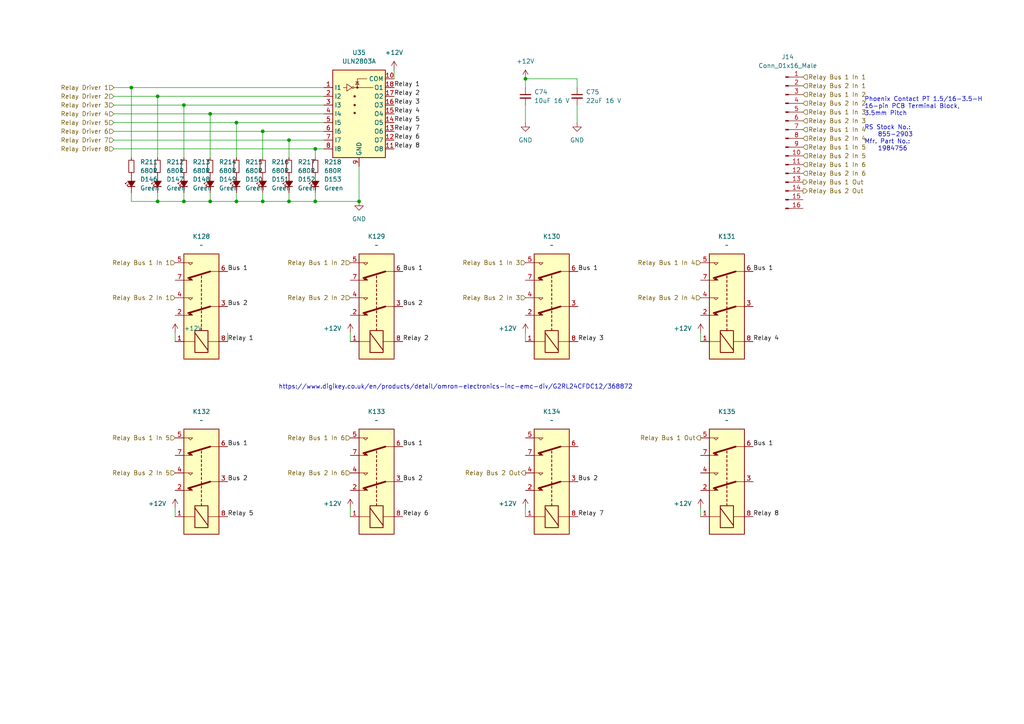
<source format=kicad_sch>
(kicad_sch (version 20211123) (generator eeschema)
  (paper "A4")
  (title_block (title "CIB PCB") (date "2022-05-27") (company "ChargePoint, Inc"))
  (lib_symbols
    (symbol "Connector:Conn_01x16_Male" (pin_names (offset 1.016) hide)
      (property "Reference" "J" (at 0 20.32 0))
      (property "Value" "Conn_01x16_Male" (at 0 -22.86 0))
      (symbol "Conn_01x16_Male_1_1"
        (polyline (pts (xy 1.27 -20.32) (xy 0.8636 -20.32)) (stroke (width 0.1524)))
        (polyline (pts (xy 1.27 -17.78) (xy 0.8636 -17.78)) (stroke (width 0.1524)))
        (polyline (pts (xy 1.27 -15.24) (xy 0.8636 -15.24)) (stroke (width 0.1524)))
        (polyline (pts (xy 1.27 -12.7) (xy 0.8636 -12.7)) (stroke (width 0.1524)))
        (polyline (pts (xy 1.27 -10.16) (xy 0.8636 -10.16)) (stroke (width 0.1524)))
        (polyline (pts (xy 1.27 -7.62) (xy 0.8636 -7.62)) (stroke (width 0.1524)))
        (polyline (pts (xy 1.27 -5.08) (xy 0.8636 -5.08)) (stroke (width 0.1524)))
        (polyline (pts (xy 1.27 -2.54) (xy 0.8636 -2.54)) (stroke (width 0.1524)))
        (polyline (pts (xy 1.27 0) (xy 0.8636 0)) (stroke (width 0.1524)))
        (polyline (pts (xy 1.27 2.54) (xy 0.8636 2.54)) (stroke (width 0.1524)))
        (polyline (pts (xy 1.27 5.08) (xy 0.8636 5.08)) (stroke (width 0.1524)))
        (polyline (pts (xy 1.27 7.62) (xy 0.8636 7.62)) (stroke (width 0.1524)))
        (polyline (pts (xy 1.27 10.16) (xy 0.8636 10.16)) (stroke (width 0.1524)))
        (polyline (pts (xy 1.27 12.7) (xy 0.8636 12.7)) (stroke (width 0.1524)))
        (polyline (pts (xy 1.27 15.24) (xy 0.8636 15.24)) (stroke (width 0.1524)))
        (polyline (pts (xy 1.27 17.78) (xy 0.8636 17.78)) (stroke (width 0.1524)))
        (rectangle (start 0.8636 -20.193) (end 0 -20.447) (stroke (width 0.1524)) (fill (type outline)))
        (rectangle (start 0.8636 -17.653) (end 0 -17.907) (stroke (width 0.1524)) (fill (type outline)))
        (rectangle (start 0.8636 -15.113) (end 0 -15.367) (stroke (width 0.1524)) (fill (type outline)))
        (rectangle (start 0.8636 -12.573) (end 0 -12.827) (stroke (width 0.1524)) (fill (type outline)))
        (rectangle (start 0.8636 -10.033) (end 0 -10.287) (stroke (width 0.1524)) (fill (type outline)))
        (rectangle (start 0.8636 -7.493) (end 0 -7.747) (stroke (width 0.1524)) (fill (type outline)))
        (rectangle (start 0.8636 -4.953) (end 0 -5.207) (stroke (width 0.1524)) (fill (type outline)))
        (rectangle (start 0.8636 -2.413) (end 0 -2.667) (stroke (width 0.1524)) (fill (type outline)))
        (rectangle (start 0.8636 0.127) (end 0 -0.127) (stroke (width 0.1524)) (fill (type outline)))
        (rectangle (start 0.8636 2.667) (end 0 2.413) (stroke (width 0.1524)) (fill (type outline)))
        (rectangle (start 0.8636 5.207) (end 0 4.953) (stroke (width 0.1524)) (fill (type outline)))
        (rectangle (start 0.8636 7.747) (end 0 7.493) (stroke (width 0.1524)) (fill (type outline)))
        (rectangle (start 0.8636 10.287) (end 0 10.033) (stroke (width 0.1524)) (fill (type outline)))
        (rectangle (start 0.8636 12.827) (end 0 12.573) (stroke (width 0.1524)) (fill (type outline)))
        (rectangle (start 0.8636 15.367) (end 0 15.113) (stroke (width 0.1524)) (fill (type outline)))
        (rectangle (start 0.8636 17.907) (end 0 17.653) (stroke (width 0.1524)) (fill (type outline)))
        (pin passive line (at 5.08 17.78 180) (length 3.81) (name "Pin_1") (number "1"))
        (pin passive line (at 5.08 -5.08 180) (length 3.81) (name "Pin_10") (number "10"))
        (pin passive line (at 5.08 -7.62 180) (length 3.81) (name "Pin_11") (number "11"))
        (pin passive line (at 5.08 -10.16 180) (length 3.81) (name "Pin_12") (number "12"))
        (pin passive line (at 5.08 -12.7 180) (length 3.81) (name "Pin_13") (number "13"))
        (pin passive line (at 5.08 -15.24 180) (length 3.81) (name "Pin_14") (number "14"))
        (pin passive line (at 5.08 -17.78 180) (length 3.81) (name "Pin_15") (number "15"))
        (pin passive line (at 5.08 -20.32 180) (length 3.81) (name "Pin_16") (number "16"))
        (pin passive line (at 5.08 15.24 180) (length 3.81) (name "Pin_2") (number "2"))
        (pin passive line (at 5.08 12.7 180) (length 3.81) (name "Pin_3") (number "3"))
        (pin passive line (at 5.08 10.16 180) (length 3.81) (name "Pin_4") (number "4"))
        (pin passive line (at 5.08 7.62 180) (length 3.81) (name "Pin_5") (number "5"))
        (pin passive line (at 5.08 5.08 180) (length 3.81) (name "Pin_6") (number "6"))
        (pin passive line (at 5.08 2.54 180) (length 3.81) (name "Pin_7") (number "7"))
        (pin passive line (at 5.08 0 180) (length 3.81) (name "Pin_8") (number "8"))
        (pin passive line (at 5.08 -2.54 180) (length 3.81) (name "Pin_9") (number "9"))
      )
    )
    (symbol "Device:C_Small" (pin_numbers hide) (pin_names (offset 0.254) hide)
      (property "Reference" "C" (at 0.254 1.778 0))
      (property "Value" "C_Small" (at 0.254 -2.032 0))
      (symbol "C_Small_0_1"
        (polyline (pts (xy -1.524 -0.508) (xy 1.524 -0.508)) (stroke (width 0.3302)))
        (polyline (pts (xy -1.524 0.508) (xy 1.524 0.508)) (stroke (width 0.3048)))
      )
      (symbol "C_Small_1_1"
        (pin passive line (at 0 2.54 270) (length 2.032) (name "~") (number "1"))
        (pin passive line (at 0 -2.54 90) (length 2.032) (name "~") (number "2"))
      )
    )
    (symbol "Device:LED_Small_Filled" (pin_numbers hide) (pin_names (offset 0.254) hide)
      (property "Reference" "D" (at -1.27 3.175 0))
      (property "Value" "LED_Small_Filled" (at -4.445 -2.54 0))
      (symbol "LED_Small_Filled_0_1"
        (polyline (pts (xy -0.762 -1.016) (xy -0.762 1.016)) (stroke (width 0.254)))
        (polyline (pts (xy 1.016 0) (xy -0.762 0)))
        (polyline (pts (xy 0.762 -1.016) (xy -0.762 0) (xy 0.762 1.016) (xy 0.762 -1.016)) (stroke (width 0.254)) (fill (type outline)))
        (polyline (pts (xy 0 0.762) (xy -0.508 1.27) (xy -0.254 1.27) (xy -0.508 1.27) (xy -0.508 1.016)))
        (polyline (pts (xy 0.508 1.27) (xy 0 1.778) (xy 0.254 1.778) (xy 0 1.778) (xy 0 1.524)))
      )
      (symbol "LED_Small_Filled_1_1"
        (pin passive line (at -2.54 0 0) (length 1.778) (name "K") (number "1"))
        (pin passive line (at 2.54 0 180) (length 1.778) (name "A") (number "2"))
      )
    )
    (symbol "Device:R_Small" (pin_numbers hide) (pin_names (offset 0.254) hide)
      (property "Reference" "R" (at 0.762 0.508 0))
      (property "Value" "R_Small" (at 0.762 -1.016 0))
      (symbol "R_Small_0_1"
        (rectangle (start -0.762 1.778) (end 0.762 -1.778) (stroke (width 0.2032)))
      )
      (symbol "R_Small_1_1"
        (pin passive line (at 0 2.54 270) (length 0.762) (name "~") (number "1"))
        (pin passive line (at 0 -2.54 90) (length 0.762) (name "~") (number "2"))
      )
    )
    (symbol "Relay:G2RL-2-DC24"
      (property "Reference" "RL" (at 16.51 3.81 0))
      (property "Value" "G2RL-2-DC24" (at 16.51 1.27 0))
      (symbol "G2RL-2-DC24_0_1"
        (rectangle (start -15.24 5.08) (end 15.24 -5.08) (stroke (width 0.254)) (fill (type background)))
        (rectangle (start -13.335 1.905) (end -6.985 -1.905) (stroke (width 0.254)))
        (polyline (pts (xy -12.7 -1.905) (xy -7.62 1.905)) (stroke (width 0.254)))
        (polyline (pts (xy -10.16 -5.08) (xy -10.16 -1.905)))
        (polyline (pts (xy -10.16 5.08) (xy -10.16 1.905)))
        (polyline (pts (xy -6.985 0) (xy -6.35 0)) (stroke (width 0.254)))
        (polyline (pts (xy -5.715 0) (xy -5.08 0)) (stroke (width 0.254)))
        (polyline (pts (xy -4.445 0) (xy -3.81 0)) (stroke (width 0.254)))
        (polyline (pts (xy -3.175 0) (xy -2.54 0)) (stroke (width 0.254)))
        (polyline (pts (xy -1.905 0) (xy -1.27 0)) (stroke (width 0.254)))
        (polyline (pts (xy -0.635 0) (xy 0 0)) (stroke (width 0.254)))
        (polyline (pts (xy 0 -2.54) (xy -1.905 3.81)) (stroke (width 0.508)))
        (polyline (pts (xy 0 -2.54) (xy 0 -5.08)))
        (polyline (pts (xy 0.635 0) (xy 1.27 0)) (stroke (width 0.254)))
        (polyline (pts (xy 1.905 0) (xy 2.54 0)) (stroke (width 0.254)))
        (polyline (pts (xy 3.175 0) (xy 3.81 0)) (stroke (width 0.254)))
        (polyline (pts (xy 4.445 0) (xy 5.08 0)) (stroke (width 0.254)))
        (polyline (pts (xy 5.715 0) (xy 6.35 0)) (stroke (width 0.254)))
        (polyline (pts (xy 6.985 0) (xy 7.62 0)) (stroke (width 0.254)))
        (polyline (pts (xy 8.255 0) (xy 8.89 0)) (stroke (width 0.254)))
        (polyline (pts (xy 10.16 -2.54) (xy 8.255 3.81)) (stroke (width 0.508)))
        (polyline (pts (xy 10.16 -2.54) (xy 10.16 -5.08)))
        (polyline (pts (xy -2.54 5.08) (xy -2.54 2.54) (xy -1.905 3.175) (xy -2.54 3.81)) (fill (type outline)))
        (polyline (pts (xy 2.54 5.08) (xy 2.54 2.54) (xy 1.905 3.175) (xy 2.54 3.81)))
        (polyline (pts (xy 7.62 5.08) (xy 7.62 2.54) (xy 8.255 3.175) (xy 7.62 3.81)) (fill (type outline)))
        (polyline (pts (xy 12.7 5.08) (xy 12.7 2.54) (xy 12.065 3.175) (xy 12.7 3.81)))
      )
      (symbol "G2RL-2-DC24_1_1"
        (pin passive line (at -10.16 7.62 270) (length 2.54) (name "~") (number "1"))
        (pin passive line (at -2.54 7.62 270) (length 2.54) (name "~") (number "2"))
        (pin passive line (at 0 -7.62 90) (length 2.54) (name "~") (number "3"))
        (pin passive line (at 2.54 7.62 270) (length 2.54) (name "~") (number "4"))
        (pin passive line (at 12.7 7.62 270) (length 2.54) (name "~") (number "5"))
        (pin passive line (at 10.16 -7.62 90) (length 2.54) (name "~") (number "6"))
        (pin passive line (at 7.62 7.62 270) (length 2.54) (name "~") (number "7"))
        (pin passive line (at -10.16 -7.62 90) (length 2.54) (name "~") (number "8"))
      )
    )
    (symbol "Transistor_Array:ULN2803A"
      (property "Reference" "U" (at 0 13.335 0))
      (property "Value" "ULN2803A" (at 0 11.43 0))
      (symbol "ULN2803A_0_1"
        (rectangle (start -7.62 -15.24) (end 7.62 10.16) (stroke (width 0.254)) (fill (type background)))
        (circle (center -1.778 5.08) (radius 0.254))
        (circle (center -1.27 -2.286) (radius 0.254) (fill (type outline)))
        (circle (center -1.27 0) (radius 0.254) (fill (type outline)))
        (circle (center -1.27 2.54) (radius 0.254) (fill (type outline)))
        (circle (center -0.508 5.08) (radius 0.254) (fill (type outline)))
        (polyline (pts (xy -4.572 5.08) (xy -3.556 5.08)))
        (polyline (pts (xy -1.524 5.08) (xy 4.064 5.08)))
        (polyline (pts (xy 0 6.731) (xy -1.016 6.731)))
        (polyline (pts (xy -0.508 5.08) (xy -0.508 7.62) (xy 2.286 7.62)))
        (polyline (pts (xy -3.556 6.096) (xy -3.556 4.064) (xy -2.032 5.08) (xy -3.556 6.096)))
        (polyline (pts (xy 0 5.969) (xy -1.016 5.969) (xy -0.508 6.731) (xy 0 5.969)))
      )
      (symbol "ULN2803A_1_1"
        (pin input line (at -10.16 5.08 0) (length 2.54) (name "I1") (number "1"))
        (pin passive line (at 10.16 7.62 180) (length 2.54) (name "COM") (number "10"))
        (pin open_collector line (at 10.16 -12.7 180) (length 2.54) (name "O8") (number "11"))
        (pin open_collector line (at 10.16 -10.16 180) (length 2.54) (name "O7") (number "12"))
        (pin open_collector line (at 10.16 -7.62 180) (length 2.54) (name "O6") (number "13"))
        (pin open_collector line (at 10.16 -5.08 180) (length 2.54) (name "O5") (number "14"))
        (pin open_collector line (at 10.16 -2.54 180) (length 2.54) (name "O4") (number "15"))
        (pin open_collector line (at 10.16 0 180) (length 2.54) (name "O3") (number "16"))
        (pin open_collector line (at 10.16 2.54 180) (length 2.54) (name "O2") (number "17"))
        (pin open_collector line (at 10.16 5.08 180) (length 2.54) (name "O1") (number "18"))
        (pin input line (at -10.16 2.54 0) (length 2.54) (name "I2") (number "2"))
        (pin input line (at -10.16 0 0) (length 2.54) (name "I3") (number "3"))
        (pin input line (at -10.16 -2.54 0) (length 2.54) (name "I4") (number "4"))
        (pin input line (at -10.16 -5.08 0) (length 2.54) (name "I5") (number "5"))
        (pin input line (at -10.16 -7.62 0) (length 2.54) (name "I6") (number "6"))
        (pin input line (at -10.16 -10.16 0) (length 2.54) (name "I7") (number "7"))
        (pin input line (at -10.16 -12.7 0) (length 2.54) (name "I8") (number "8"))
        (pin power_in line (at 0 -17.78 90) (length 2.54) (name "GND") (number "9"))
      )
    )
    (symbol "power:+12V" (power) (pin_names (offset 0))
      (property "Value" "+12V" (at 0 3.556 0))
      (symbol "+12V_0_1"
        (polyline (pts (xy -0.762 1.27) (xy 0 2.54)))
        (polyline (pts (xy 0 0) (xy 0 2.54)))
        (polyline (pts (xy 0 2.54) (xy 0.762 1.27)))
      )
      (symbol "+12V_1_1"
        (pin power_in line (at 0 0 90) (length 0) hide (name "+12V") (number "1"))
      )
    )
    (symbol "power:GND" (power) (pin_names (offset 0))
      (property "Value" "GND" (at 0 -3.81 0))
      (symbol "GND_0_1"
        (polyline (pts (xy 0 0) (xy 0 -1.27) (xy 1.27 -1.27) (xy 0 -2.54) (xy -1.27 -1.27) (xy 0 -1.27)))
      )
      (symbol "GND_1_1"
        (pin power_in line (at 0 0 270) (length 0) hide (name "GND") (number "1"))
      )
    )
  )
  (junction (at 68.58 58.42))
  (junction (at 76.2 58.42))
  (junction (at 91.44 43.18))
  (junction (at 38.1 25.4))
  (junction (at 60.96 58.42))
  (junction (at 83.82 40.64))
  (junction (at 45.72 58.42))
  (junction (at 83.82 58.42))
  (junction (at 53.34 58.42))
  (junction (at 152.4 22.86))
  (junction (at 60.96 33.02))
  (junction (at 104.14 58.42))
  (junction (at 91.44 58.42))
  (junction (at 53.34 30.48))
  (junction (at 68.58 35.56))
  (junction (at 45.72 27.94))
  (junction (at 76.2 38.1))
  (wire (pts (xy 91.44 43.18) (xy 93.98 43.18)))
  (wire (pts (xy 152.4 147.32) (xy 152.4 149.86)))
  (wire (pts (xy 83.82 40.64) (xy 83.82 45.72)))
  (wire (pts (xy 152.4 30.48) (xy 152.4 35.56)))
  (wire (pts (xy 76.2 38.1) (xy 76.2 45.72)))
  (wire (pts (xy 203.2 96.52) (xy 203.2 99.06)))
  (wire (pts (xy 60.96 33.02) (xy 93.98 33.02)))
  (wire (pts (xy 53.34 58.42) (xy 60.96 58.42)))
  (wire (pts (xy 83.82 55.88) (xy 83.82 58.42)))
  (wire (pts (xy 114.3 20.32) (xy 114.3 22.86)))
  (wire (pts (xy 101.6 96.52) (xy 101.6 99.06)))
  (wire (pts (xy 83.82 40.64) (xy 93.98 40.64)))
  (wire (pts (xy 152.4 22.86) (xy 167.386 22.86)))
  (wire (pts (xy 33.02 30.48) (xy 53.34 30.48)))
  (wire (pts (xy 60.96 33.02) (xy 60.96 45.72)))
  (wire (pts (xy 152.4 96.52) (xy 152.4 99.06)))
  (wire (pts (xy 38.1 45.72) (xy 38.1 25.4)))
  (wire (pts (xy 45.72 55.88) (xy 45.72 58.42)))
  (wire (pts (xy 91.44 43.18) (xy 91.44 45.72)))
  (wire (pts (xy 45.72 27.94) (xy 45.72 45.72)))
  (wire (pts (xy 68.58 55.88) (xy 68.58 58.42)))
  (wire (pts (xy 33.02 38.1) (xy 76.2 38.1)))
  (wire (pts (xy 33.02 40.64) (xy 83.82 40.64)))
  (wire (pts (xy 83.82 58.42) (xy 91.44 58.42)))
  (wire (pts (xy 91.44 55.88) (xy 91.44 58.42)))
  (wire (pts (xy 76.2 38.1) (xy 93.98 38.1)))
  (wire (pts (xy 53.34 30.48) (xy 93.98 30.48)))
  (wire (pts (xy 167.386 30.48) (xy 167.386 35.56)))
  (wire (pts (xy 152.4 25.4) (xy 152.4 22.86)))
  (wire (pts (xy 38.1 58.42) (xy 45.72 58.42)))
  (wire (pts (xy 66.04 96.52) (xy 66.04 99.06)))
  (wire (pts (xy 60.96 55.88) (xy 60.96 58.42)))
  (wire (pts (xy 76.2 58.42) (xy 83.82 58.42)))
  (wire (pts (xy 167.386 25.4) (xy 167.386 22.86)))
  (wire (pts (xy 203.2 147.32) (xy 203.2 149.86)))
  (wire (pts (xy 60.96 58.42) (xy 68.58 58.42)))
  (wire (pts (xy 91.44 58.42) (xy 104.14 58.42)))
  (wire (pts (xy 68.58 35.56) (xy 93.98 35.56)))
  (wire (pts (xy 33.02 25.4) (xy 38.1 25.4)))
  (wire (pts (xy 33.02 27.94) (xy 45.72 27.94)))
  (wire (pts (xy 104.14 48.26) (xy 104.14 58.42)))
  (wire (pts (xy 38.1 25.4) (xy 93.98 25.4)))
  (wire (pts (xy 68.58 35.56) (xy 68.58 45.72)))
  (wire (pts (xy 68.58 58.42) (xy 76.2 58.42)))
  (wire (pts (xy 33.02 35.56) (xy 68.58 35.56)))
  (wire (pts (xy 50.8 96.52) (xy 50.8 99.06)))
  (wire (pts (xy 76.2 55.88) (xy 76.2 58.42)))
  (wire (pts (xy 33.02 43.18) (xy 91.44 43.18)))
  (wire (pts (xy 33.02 33.02) (xy 60.96 33.02)))
  (wire (pts (xy 53.34 30.48) (xy 53.34 45.72)))
  (wire (pts (xy 50.8 147.32) (xy 50.8 149.86)))
  (wire (pts (xy 38.1 55.88) (xy 38.1 58.42)))
  (wire (pts (xy 45.72 27.94) (xy 93.98 27.94)))
  (wire (pts (xy 101.6 147.32) (xy 101.6 149.86)))
  (wire (pts (xy 45.72 58.42) (xy 53.34 58.42)))
  (wire (pts (xy 53.34 55.88) (xy 53.34 58.42)))
  (text "Phoenix Contact PT 1.5/16-3.5-H\n16-pin PCB Terminal Block, \n3.5mm Pitch\n\nRS Stock No.:\n    855-2903\nMfr. Part No.:\n    1984756" (at 250.698 43.942 0) (effects (font (size 1.27 1.27)) (justify left bottom)))
  (text "https://www.digikey.co.uk/en/products/detail/omron-electronics-inc-emc-div/G2RL24CFDC12/368872" (at 80.772 113.03 0) (effects (font (size 1.27 1.27)) (justify left bottom)))
  (label "Relay 4" (at 114.3 33.02 0))
  (label "Relay 8" (at 114.3 43.18 0))
  (label "Relay 1" (at 66.04 99.06 0))
  (label "Relay 5" (at 66.04 149.86 0))
  (label "Bus 1" (at 66.04 129.54 0))
  (label "Bus 2" (at 167.64 139.7 0))
  (label "Relay 2" (at 116.84 99.06 0))
  (label "Bus 1" (at 66.04 78.74 0))
  (label "Relay 5" (at 114.3 35.56 0))
  (label "Relay 1" (at 114.3 25.4 0))
  (label "Relay 3" (at 167.64 99.06 0))
  (label "Relay 4" (at 218.44 99.06 0))
  (label "Relay 3" (at 114.3 30.48 0))
  (label "Bus 1" (at 116.84 78.74 0))
  (label "Bus 2" (at 116.84 139.7 0))
  (label "Bus 2" (at 116.84 88.9 0))
  (label "Bus 1" (at 167.64 78.74 0))
  (label "Relay 7" (at 167.64 149.86 0))
  (label "Relay 6" (at 116.84 149.86 0))
  (label "Bus 2" (at 66.04 139.7 0))
  (label "Bus 1" (at 218.44 78.74 0))
  (label "Bus 2" (at 66.04 88.9 0))
  (label "Relay 7" (at 114.3 38.1 0))
  (label "Relay 6" (at 114.3 40.64 0))
  (label "Bus 1" (at 116.84 129.54 0))
  (label "Relay 2" (at 114.3 27.94 0))
  (label "Relay 8" (at 218.44 149.86 0))
  (label "Bus 1" (at 218.44 129.54 0))
  (hierarchical_label "Relay Bus 2 Out" (shape output) (at 232.918 55.372 0))
  (hierarchical_label "Relay Driver 6" (shape input) (at 33.02 38.1 180))
  (hierarchical_label "Relay Bus 2 In 6" (shape input) (at 232.918 50.292 0))
  (hierarchical_label "Relay Bus 1 In 4" (shape input) (at 203.2 76.2 180))
  (hierarchical_label "Relay Driver 8" (shape input) (at 33.02 43.18 180))
  (hierarchical_label "Relay Bus 1 In 1" (shape input) (at 50.8 76.2 180))
  (hierarchical_label "Relay Bus 2 In 2" (shape input) (at 232.918 29.972 0))
  (hierarchical_label "Relay Bus 1 In 2" (shape input) (at 101.6 76.2 180))
  (hierarchical_label "Relay Bus 2 In 2" (shape input) (at 101.6 86.36 180))
  (hierarchical_label "Relay Bus 2 In 1" (shape input) (at 232.918 24.892 0))
  (hierarchical_label "Relay Bus 2 In 1" (shape input) (at 50.8 86.36 180))
  (hierarchical_label "Relay Bus 1 Out" (shape output) (at 203.2 127 180))
  (hierarchical_label "Relay Bus 2 In 5" (shape input) (at 50.8 137.16 180))
  (hierarchical_label "Relay Bus 1 In 6" (shape input) (at 101.6 127 180))
  (hierarchical_label "Relay Driver 4" (shape input) (at 33.02 33.02 180))
  (hierarchical_label "Relay Bus 1 Out" (shape output) (at 232.918 52.832 0))
  (hierarchical_label "Relay Bus 1 In 6" (shape input) (at 232.918 47.752 0))
  (hierarchical_label "Relay Bus 2 Out" (shape output) (at 152.4 137.16 180))
  (hierarchical_label "Relay Driver 2" (shape input) (at 33.02 27.94 180))
  (hierarchical_label "Relay Bus 1 In 2" (shape input) (at 232.918 27.432 0))
  (hierarchical_label "Relay Bus 1 In 1" (shape input) (at 232.918 22.352 0))
  (hierarchical_label "Relay Bus 1 In 3" (shape input) (at 232.918 32.512 0))
  (hierarchical_label "Relay Bus 2 In 4" (shape input) (at 203.2 86.36 180))
  (hierarchical_label "Relay Bus 1 In 3" (shape input) (at 152.4 76.2 180))
  (hierarchical_label "Relay Bus 1 In 4" (shape input) (at 232.918 37.592 0))
  (hierarchical_label "Relay Bus 2 In 4" (shape input) (at 232.918 40.132 0))
  (hierarchical_label "Relay Driver 7" (shape input) (at 33.02 40.64 180))
  (hierarchical_label "Relay Bus 1 In 5" (shape input) (at 232.918 42.672 0))
  (hierarchical_label "Relay Bus 1 In 5" (shape input) (at 50.8 127 180))
  (hierarchical_label "Relay Bus 2 In 6" (shape input) (at 101.6 137.16 180))
  (hierarchical_label "Relay Driver 5" (shape input) (at 33.02 35.56 180))
  (hierarchical_label "Relay Bus 2 In 3" (shape input) (at 232.918 35.052 0))
  (hierarchical_label "Relay Driver 1" (shape input) (at 33.02 25.4 180))
  (hierarchical_label "Relay Bus 2 In 5" (shape input) (at 232.918 45.212 0))
  (hierarchical_label "Relay Bus 2 In 3" (shape input) (at 152.4 86.36 180))
  (hierarchical_label "Relay Driver 3" (shape input) (at 33.02 30.48 180))
  (symbol (lib_id "Device:R_Small") (at 76.2 48.26 0) (unit 1)
    (property "Reference" "R216" (at 78.74 46.9899 0) (effects (justify left)))
    (property "Value" "680R" (at 78.74 49.5299 0) (effects (justify left)))
    (property "Footprint" "Resistor_SMD:R_1206_3216Metric_Pad1.30x1.75mm_HandSolder" (effects hide))
    (property "Datasheet" "https://industrial.panasonic.com/ww/products/pt/general-purpose-chip-resistors/models/ERJ6GEYJ681V" (effects hide))
    (property "DigiKey #" "P680ACT-ND" (effects hide))
    (property "Manufacturer #" "ERJ-6GEYJ681V" (effects hide))
    (property "Manufacturer" "Panasonic Electronics Company" (effects hide))
    (property "Farnell #" "2057697" (effects hide))
  )
  (symbol (lib_id "power:+12V") (at 152.4 96.52 0) (unit 1)
    (property "Reference" "#PWR0360" (effects hide))
    (property "Value" "+12V" (at 149.86 95.2499 0) (effects (justify right)))
  )
  (symbol (lib_id "Device:LED_Small_Filled") (at 60.96 53.34 90) (unit 1)
    (property "Reference" "D149" (at 63.5 52.0064 90) (effects (justify right)))
    (property "Value" "Green" (at 63.5 54.5464 90) (effects (justify right)))
    (property "Footprint" "Diode_SMD:D_1206_3216Metric_Pad1.42x1.75mm_HandSolder" (effects hide))
    (property "Datasheet" "https://www.we-online.com/katalog/datasheet/150080VS75000.pdf" (effects hide))
    (property "DigiKey #" "732-4986-1-ND" (effects hide))
    (property "Manufacturer #" "150080VS75000" (effects hide))
    (property "Manufacturer" "Würth Elektronik" (effects hide))
    (property "Farnell #" "2322081" (effects hide))
    (property "Mouser #" "710-150080VS75000" (effects hide))
    (property "RS #" "8154237P" (effects hide))
  )
  (symbol (lib_id "Device:LED_Small_Filled") (at 91.44 53.34 90) (unit 1)
    (property "Reference" "D153" (at 93.98 52.0064 90) (effects (justify right)))
    (property "Value" "Green" (at 93.98 54.5464 90) (effects (justify right)))
    (property "Footprint" "Diode_SMD:D_1206_3216Metric_Pad1.42x1.75mm_HandSolder" (effects hide))
    (property "Datasheet" "https://www.we-online.com/katalog/datasheet/150080VS75000.pdf" (effects hide))
    (property "DigiKey #" "732-4986-1-ND" (effects hide))
    (property "Manufacturer #" "150080VS75000" (effects hide))
    (property "Manufacturer" "Würth Elektronik" (effects hide))
    (property "Farnell #" "2322081" (effects hide))
    (property "Mouser #" "710-150080VS75000" (effects hide))
    (property "RS #" "8154237P" (effects hide))
  )
  (symbol (lib_id "Device:R_Small") (at 38.1 48.26 0) (unit 1)
    (property "Reference" "R211" (at 40.64 46.9899 0) (effects (justify left)))
    (property "Value" "680R" (at 40.64 49.5299 0) (effects (justify left)))
    (property "Footprint" "Resistor_SMD:R_1206_3216Metric_Pad1.30x1.75mm_HandSolder" (effects hide))
    (property "Datasheet" "https://industrial.panasonic.com/ww/products/pt/general-purpose-chip-resistors/models/ERJ6GEYJ681V" (effects hide))
    (property "DigiKey #" "P680ACT-ND" (effects hide))
    (property "Manufacturer #" "ERJ-6GEYJ681V" (effects hide))
    (property "Manufacturer" "Panasonic Electronics Company" (effects hide))
    (property "Farnell #" "2057697" (effects hide))
  )
  (symbol (lib_id "power:+12V") (at 50.8 96.52 0) (unit 1)
    (property "Reference" "#PWR0358" (effects hide))
    (property "Value" "+12V" (at 53.34 95.2499 0) (effects (justify left)))
  )
  (symbol (lib_id "power:+12V") (at 50.8 147.32 0) (unit 1)
    (property "Reference" "#PWR0362" (effects hide))
    (property "Value" "+12V" (at 48.26 146.0499 0) (effects (justify right)))
  )
  (symbol (lib_id "power:+12V") (at 101.6 147.32 0) (unit 1)
    (property "Reference" "#PWR0363" (effects hide))
    (property "Value" "+12V" (at 99.06 146.0499 0) (effects (justify right)))
  )
  (symbol (lib_id "power:+12V") (at 152.4 147.32 0) (unit 1)
    (property "Reference" "#PWR0364" (effects hide))
    (property "Value" "+12V" (at 149.86 146.0499 0) (effects (justify right)))
  )
  (symbol (lib_id "Relay:G2RL-2-DC24") (at 160.02 139.7 90) (unit 1)
    (property "Reference" "K134" (at 160.02 119.38 90))
    (property "Value" "~" (at 160.02 121.92 90))
    (property "DigiKey #" "Z3088-ND" (effects hide))
  )
  (symbol (lib_id "Device:LED_Small_Filled") (at 83.82 53.34 90) (unit 1)
    (property "Reference" "D152" (at 86.36 52.0064 90) (effects (justify right)))
    (property "Value" "Green" (at 86.36 54.5464 90) (effects (justify right)))
    (property "Footprint" "Diode_SMD:D_1206_3216Metric_Pad1.42x1.75mm_HandSolder" (effects hide))
    (property "Datasheet" "https://www.we-online.com/katalog/datasheet/150080VS75000.pdf" (effects hide))
    (property "DigiKey #" "732-4986-1-ND" (effects hide))
    (property "Manufacturer #" "150080VS75000" (effects hide))
    (property "Manufacturer" "Würth Elektronik" (effects hide))
    (property "Farnell #" "2322081" (effects hide))
    (property "Mouser #" "710-150080VS75000" (effects hide))
    (property "RS #" "8154237P" (effects hide))
  )
  (symbol (lib_id "Relay:G2RL-2-DC24") (at 58.42 88.9 90) (unit 1)
    (property "Reference" "K128" (at 58.42 68.58 90))
    (property "Value" "~" (at 58.42 71.12 90))
    (property "DigiKey #" "Z3088-ND" (effects hide))
  )
  (symbol (lib_id "Transistor_Array:ULN2803A") (at 104.14 30.48 0) (unit 1)
    (property "Reference" "U35" (at 104.14 15.24 0))
    (property "Value" "ULN2803A" (at 104.14 17.78 0))
    (property "Footprint" "Package_DIP:DIP-18_W7.62mm_LongPads" (effects hide))
    (property "Datasheet" "http://www.ti.com/lit/ds/symlink/uln2803a.pdf" (effects hide))
    (property "DigiKey #" "497-2356-5-ND" (effects hide))
    (property "Manufacturer #" "ULN2803A" (effects hide))
    (property "Manufacturer" "STMicroelectronics" (effects hide))
    (property "Mouser #" "511-ULN2803A" (effects hide))
  )
  (symbol (lib_id "power:+12V") (at 101.6 96.52 0) (unit 1)
    (property "Reference" "#PWR0359" (effects hide))
    (property "Value" "+12V" (at 99.06 95.2499 0) (effects (justify right)))
  )
  (symbol (lib_id "Device:R_Small") (at 53.34 48.26 0) (unit 1)
    (property "Reference" "R213" (at 55.88 46.9899 0) (effects (justify left)))
    (property "Value" "680R" (at 55.88 49.5299 0) (effects (justify left)))
    (property "Footprint" "Resistor_SMD:R_1206_3216Metric_Pad1.30x1.75mm_HandSolder" (effects hide))
    (property "Datasheet" "https://industrial.panasonic.com/ww/products/pt/general-purpose-chip-resistors/models/ERJ6GEYJ681V" (effects hide))
    (property "DigiKey #" "P680ACT-ND" (effects hide))
    (property "Manufacturer #" "ERJ-6GEYJ681V" (effects hide))
    (property "Manufacturer" "Panasonic Electronics Company" (effects hide))
    (property "Farnell #" "2057697" (effects hide))
  )
  (symbol (lib_id "Device:R_Small") (at 68.58 48.26 0) (unit 1)
    (property "Reference" "R215" (at 71.12 46.9899 0) (effects (justify left)))
    (property "Value" "680R" (at 71.12 49.5299 0) (effects (justify left)))
    (property "Footprint" "Resistor_SMD:R_1206_3216Metric_Pad1.30x1.75mm_HandSolder" (effects hide))
    (property "Datasheet" "https://industrial.panasonic.com/ww/products/pt/general-purpose-chip-resistors/models/ERJ6GEYJ681V" (effects hide))
    (property "DigiKey #" "P680ACT-ND" (effects hide))
    (property "Manufacturer #" "ERJ-6GEYJ681V" (effects hide))
    (property "Manufacturer" "Panasonic Electronics Company" (effects hide))
    (property "Farnell #" "2057697" (effects hide))
  )
  (symbol (lib_id "power:GND") (at 167.386 35.56 0) (unit 1)
    (property "Reference" "#PWR0356" (effects hide))
    (property "Value" "GND" (at 167.386 40.64 0))
  )
  (symbol (lib_id "Device:C_Small") (at 152.4 27.94 0) (unit 1)
    (property "Reference" "C74" (at 154.94 26.6762 0) (effects (justify left)))
    (property "Value" "10uF 16 V" (at 154.94 29.2162 0) (effects (justify left)))
    (property "Footprint" "Capacitor_SMD:C_1206_3216Metric_Pad1.33x1.80mm_HandSolder" (effects hide))
    (property "Datasheet" "https://www.we-online.com/katalog/datasheet/885012208075.pdf" (effects hide))
    (property "Manufacturer #" "885012107014" (effects hide))
    (property "DigiKey #" "732-7624-1-ND" (effects hide))
    (property "Manufacturer" "Würth Elektronik" (effects hide))
  )
  (symbol (lib_id "Relay:G2RL-2-DC24") (at 109.22 88.9 90) (unit 1)
    (property "Reference" "K129" (at 109.22 68.58 90))
    (property "Value" "~" (at 109.22 71.12 90))
    (property "DigiKey #" "Z3088-ND" (effects hide))
  )
  (symbol (lib_id "power:+12V") (at 203.2 147.32 0) (unit 1)
    (property "Reference" "#PWR0365" (effects hide))
    (property "Value" "+12V" (at 200.66 146.0499 0) (effects (justify right)))
  )
  (symbol (lib_id "Relay:G2RL-2-DC24") (at 109.22 139.7 90) (unit 1)
    (property "Reference" "K133" (at 109.22 119.38 90))
    (property "Value" "~" (at 109.22 121.92 90))
    (property "DigiKey #" "Z3088-ND" (effects hide))
  )
  (symbol (lib_id "Device:R_Small") (at 60.96 48.26 0) (unit 1)
    (property "Reference" "R214" (at 63.5 46.9899 0) (effects (justify left)))
    (property "Value" "680R" (at 63.5 49.5299 0) (effects (justify left)))
    (property "Footprint" "Resistor_SMD:R_1206_3216Metric_Pad1.30x1.75mm_HandSolder" (effects hide))
    (property "Datasheet" "https://industrial.panasonic.com/ww/products/pt/general-purpose-chip-resistors/models/ERJ6GEYJ681V" (effects hide))
    (property "DigiKey #" "P680ACT-ND" (effects hide))
    (property "Manufacturer #" "ERJ-6GEYJ681V" (effects hide))
    (property "Manufacturer" "Panasonic Electronics Company" (effects hide))
    (property "Farnell #" "2057697" (effects hide))
  )
  (symbol (lib_id "Relay:G2RL-2-DC24") (at 160.02 88.9 90) (unit 1)
    (property "Reference" "K130" (at 160.02 68.58 90))
    (property "Value" "~" (at 160.02 71.12 90))
    (property "DigiKey #" "Z3088-ND" (effects hide))
  )
  (symbol (lib_id "power:GND") (at 104.14 58.42 0) (unit 1)
    (property "Reference" "#PWR0357" (effects hide))
    (property "Value" "GND" (at 104.14 63.5 0))
  )
  (symbol (lib_id "Connector:Conn_01x16_Male") (at 227.838 40.132 0) (unit 1)
    (property "Reference" "J14" (at 228.473 16.51 0))
    (property "Value" "Conn_01x16_Male" (at 228.473 19.05 0))
  )
  (symbol (lib_id "power:+12V") (at 114.3 20.32 0) (unit 1)
    (property "Reference" "#PWR0353" (effects hide))
    (property "Value" "+12V" (at 114.3 15.24 0))
  )
  (symbol (lib_id "Device:R_Small") (at 83.82 48.26 0) (unit 1)
    (property "Reference" "R217" (at 86.36 46.9899 0) (effects (justify left)))
    (property "Value" "680R" (at 86.36 49.5299 0) (effects (justify left)))
    (property "Footprint" "Resistor_SMD:R_1206_3216Metric_Pad1.30x1.75mm_HandSolder" (effects hide))
    (property "Datasheet" "https://industrial.panasonic.com/ww/products/pt/general-purpose-chip-resistors/models/ERJ6GEYJ681V" (effects hide))
    (property "DigiKey #" "P680ACT-ND" (effects hide))
    (property "Manufacturer #" "ERJ-6GEYJ681V" (effects hide))
    (property "Manufacturer" "Panasonic Electronics Company" (effects hide))
    (property "Farnell #" "2057697" (effects hide))
  )
  (symbol (lib_id "Device:LED_Small_Filled") (at 68.58 53.34 90) (unit 1)
    (property "Reference" "D150" (at 71.12 52.0064 90) (effects (justify right)))
    (property "Value" "Green" (at 71.12 54.5464 90) (effects (justify right)))
    (property "Footprint" "Diode_SMD:D_1206_3216Metric_Pad1.42x1.75mm_HandSolder" (effects hide))
    (property "Datasheet" "https://www.we-online.com/katalog/datasheet/150080VS75000.pdf" (effects hide))
    (property "DigiKey #" "732-4986-1-ND" (effects hide))
    (property "Manufacturer #" "150080VS75000" (effects hide))
    (property "Manufacturer" "Würth Elektronik" (effects hide))
    (property "Farnell #" "2322081" (effects hide))
    (property "Mouser #" "710-150080VS75000" (effects hide))
    (property "RS #" "8154237P" (effects hide))
  )
  (symbol (lib_id "power:+12V") (at 152.4 22.86 0) (unit 1)
    (property "Reference" "#PWR0354" (effects hide))
    (property "Value" "+12V" (at 152.4 17.78 0))
  )
  (symbol (lib_id "Device:R_Small") (at 91.44 48.26 0) (unit 1)
    (property "Reference" "R218" (at 93.98 46.9899 0) (effects (justify left)))
    (property "Value" "680R" (at 93.98 49.5299 0) (effects (justify left)))
    (property "Footprint" "Resistor_SMD:R_1206_3216Metric_Pad1.30x1.75mm_HandSolder" (effects hide))
    (property "Datasheet" "https://industrial.panasonic.com/ww/products/pt/general-purpose-chip-resistors/models/ERJ6GEYJ681V" (effects hide))
    (property "DigiKey #" "P680ACT-ND" (effects hide))
    (property "Manufacturer #" "ERJ-6GEYJ681V" (effects hide))
    (property "Manufacturer" "Panasonic Electronics Company" (effects hide))
    (property "Farnell #" "2057697" (effects hide))
  )
  (symbol (lib_id "Device:LED_Small_Filled") (at 53.34 53.34 90) (unit 1)
    (property "Reference" "D148" (at 55.88 52.0064 90) (effects (justify right)))
    (property "Value" "Green" (at 55.88 54.5464 90) (effects (justify right)))
    (property "Footprint" "Diode_SMD:D_1206_3216Metric_Pad1.42x1.75mm_HandSolder" (effects hide))
    (property "Datasheet" "https://www.we-online.com/katalog/datasheet/150080VS75000.pdf" (effects hide))
    (property "DigiKey #" "732-4986-1-ND" (effects hide))
    (property "Manufacturer #" "150080VS75000" (effects hide))
    (property "Manufacturer" "Würth Elektronik" (effects hide))
    (property "Farnell #" "2322081" (effects hide))
    (property "Mouser #" "710-150080VS75000" (effects hide))
    (property "RS #" "8154237P" (effects hide))
  )
  (symbol (lib_id "Device:R_Small") (at 45.72 48.26 0) (unit 1)
    (property "Reference" "R212" (at 48.26 46.9899 0) (effects (justify left)))
    (property "Value" "680R" (at 48.26 49.5299 0) (effects (justify left)))
    (property "Footprint" "Resistor_SMD:R_1206_3216Metric_Pad1.30x1.75mm_HandSolder" (effects hide))
    (property "Datasheet" "https://industrial.panasonic.com/ww/products/pt/general-purpose-chip-resistors/models/ERJ6GEYJ681V" (effects hide))
    (property "DigiKey #" "P680ACT-ND" (effects hide))
    (property "Manufacturer #" "ERJ-6GEYJ681V" (effects hide))
    (property "Manufacturer" "Panasonic Electronics Company" (effects hide))
    (property "Farnell #" "2057697" (effects hide))
  )
  (symbol (lib_id "Relay:G2RL-2-DC24") (at 58.42 139.7 90) (unit 1)
    (property "Reference" "K132" (at 58.42 119.38 90))
    (property "Value" "~" (at 58.42 121.92 90))
    (property "DigiKey #" "Z3088-ND" (effects hide))
  )
  (symbol (lib_id "power:GND") (at 152.4 35.56 0) (unit 1)
    (property "Reference" "#PWR0355" (effects hide))
    (property "Value" "GND" (at 152.4 40.64 0))
  )
  (symbol (lib_id "Device:LED_Small_Filled") (at 45.72 53.34 90) (unit 1)
    (property "Reference" "D147" (at 48.26 52.0064 90) (effects (justify right)))
    (property "Value" "Green" (at 48.26 54.5464 90) (effects (justify right)))
    (property "Footprint" "Diode_SMD:D_1206_3216Metric_Pad1.42x1.75mm_HandSolder" (effects hide))
    (property "Datasheet" "https://www.we-online.com/katalog/datasheet/150080VS75000.pdf" (effects hide))
    (property "DigiKey #" "732-4986-1-ND" (effects hide))
    (property "Manufacturer #" "150080VS75000" (effects hide))
    (property "Manufacturer" "Würth Elektronik" (effects hide))
    (property "Farnell #" "2322081" (effects hide))
    (property "Mouser #" "710-150080VS75000" (effects hide))
    (property "RS #" "8154237P" (effects hide))
  )
  (symbol (lib_id "Device:LED_Small_Filled") (at 38.1 53.34 90) (unit 1)
    (property "Reference" "D146" (at 40.64 52.0064 90) (effects (justify right)))
    (property "Value" "Green" (at 40.64 54.5464 90) (effects (justify right)))
    (property "Footprint" "Diode_SMD:D_1206_3216Metric_Pad1.42x1.75mm_HandSolder" (effects hide))
    (property "Datasheet" "https://www.we-online.com/katalog/datasheet/150080VS75000.pdf" (effects hide))
    (property "DigiKey #" "732-4986-1-ND" (effects hide))
    (property "Manufacturer #" "150080VS75000" (effects hide))
    (property "Manufacturer" "Würth Elektronik" (effects hide))
    (property "Farnell #" "2322081" (effects hide))
    (property "Mouser #" "710-150080VS75000" (effects hide))
    (property "RS #" "8154237P" (effects hide))
  )
  (symbol (lib_id "Device:C_Small") (at 167.386 27.94 0) (unit 1)
    (property "Reference" "C75" (at 169.926 26.6762 0) (effects (justify left)))
    (property "Value" "22uF 16 V" (at 169.926 29.2162 0) (effects (justify left)))
    (property "Footprint" "Capacitor_SMD:C_1206_3216Metric_Pad1.33x1.80mm_HandSolder" (effects hide))
    (property "Datasheet" "https://www.we-online.com/katalog/datasheet/885012108018.pdf" (effects hide))
    (property "Manufacturer #" "885012108018" (effects hide))
    (property "DigiKey #" "732-7642-1-ND" (effects hide))
    (property "Manufacturer" "Würth Elektronik" (effects hide))
  )
  (symbol (lib_id "Relay:G2RL-2-DC24") (at 210.82 88.9 90) (unit 1)
    (property "Reference" "K131" (at 210.82 68.58 90))
    (property "Value" "~" (at 210.82 71.12 90))
    (property "DigiKey #" "Z3088-ND" (effects hide))
  )
  (symbol (lib_id "Relay:G2RL-2-DC24") (at 210.82 139.7 90) (unit 1)
    (property "Reference" "K135" (at 210.82 119.38 90))
    (property "Value" "~" (at 210.82 121.92 90))
    (property "DigiKey #" "Z3088-ND" (effects hide))
  )
  (symbol (lib_id "power:+12V") (at 203.2 96.52 0) (unit 1)
    (property "Reference" "#PWR0361" (effects hide))
    (property "Value" "+12V" (at 200.66 95.2499 0) (effects (justify right)))
  )
  (symbol (lib_id "Device:LED_Small_Filled") (at 76.2 53.34 90) (unit 1)
    (property "Reference" "D151" (at 78.74 52.0064 90) (effects (justify right)))
    (property "Value" "Green" (at 78.74 54.5464 90) (effects (justify right)))
    (property "Footprint" "Diode_SMD:D_1206_3216Metric_Pad1.42x1.75mm_HandSolder" (effects hide))
    (property "Datasheet" "https://www.we-online.com/katalog/datasheet/150080VS75000.pdf" (effects hide))
    (property "DigiKey #" "732-4986-1-ND" (effects hide))
    (property "Manufacturer #" "150080VS75000" (effects hide))
    (property "Manufacturer" "Würth Elektronik" (effects hide))
    (property "Farnell #" "2322081" (effects hide))
    (property "Mouser #" "710-150080VS75000" (effects hide))
    (property "RS #" "8154237P" (effects hide))
  )
)
</source>
